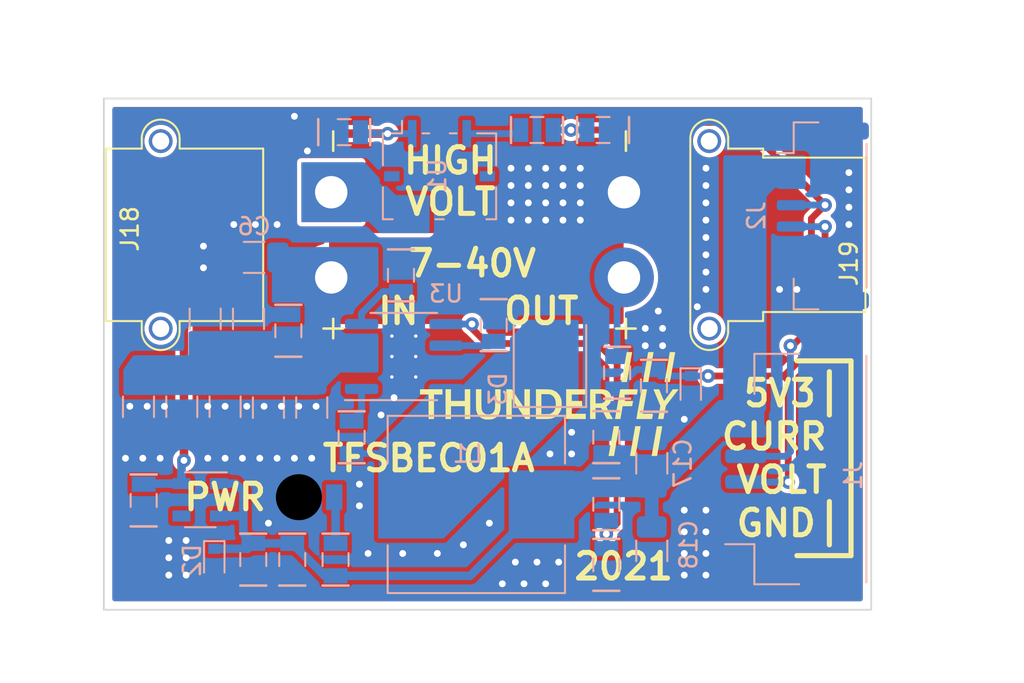
<source format=kicad_pcb>
(kicad_pcb (version 20221018) (generator pcbnew)
  (title_block (title "TFSBEC01A") (date "2022-03-15") (company "ThunderFly s.r.o.") (comment 1 "High efficient switching \\npower supply \\nfor UAV actuators. "))
  (layers (0 "F.Cu" signal) (31 "B.Cu" signal) (34 "B.Paste" user) (35 "F.Paste" user) (36 "B.SilkS" user "B.Silkscreen") (37 "F.SilkS" user "F.Silkscreen") (38 "B.Mask" user) (39 "F.Mask" user) (44 "Edge.Cuts" user))
  (net 0 "")
  (net 1 "GND")
  (net 2 "VCC")
  (net 3 "/5V3")
  (net 4 "+3V3")
  (net 5 "Net-(C14-Pad1)")
  (net 6 "Net-(C15-Pad1)")
  (net 7 "Net-(C15-Pad2)")
  (net 8 "Net-(D1-Pad2)")
  (net 9 "/SENSE_CURRENT")
  (net 10 "/SENSE_VOLTAGE")
  (net 11 "Net-(J18-Pad1)")
  (net 12 "Net-(R2-Pad1)")
  (net 13 "Net-(R5-Pad2)")
  (net 14 "Net-(R7-Pad1)")
  (footprint "Connector_AMASS:AMASS_XT30PW-F_1x02_P2.50mm_Horizontal" (layer "F.Cu") (at 30.5 -24.5 -90)
    (fp_text reference "J19" (at 4.18 -13.188 90) (layer "F.SilkS"))
    (fp_text value "XT30PW-F")
    (fp_text user "-" (at -3 0 90) (layer "F.SilkS") (effects (font (size 1.5 1.5))))
    (fp_text user "+" (at 8 0 90) (layer "F.SilkS") (effects (font (size 1.5 1.5))))
    (pad "" thru_hole circle (at -3 -5) (size 1.4 1.4) (drill 1) (layers "*.Cu" "*.Mask"))
    (pad "" thru_hole circle (at 8 -5 270) (size 1.4 1.4) (drill 1) (layers "*.Cu" "*.Mask"))
    (pad "1" thru_hole rect (at 0 0 270) (size 3.5 3.5) (drill 1.9) (layers "*.Cu" "*.Mask") (net 1 "GND"))
    (pad "2" thru_hole circle (at 5 0 270) (size 3.5 3.5) (drill 1.9) (layers "*.Cu" "*.Mask") (net 2 "VCC"))
  )
  (footprint "MLAB_LOGA:TF" (layer "F.Cu") (at 26.035 -12.065)
    (fp_text reference "G***" hide)
    (fp_text value "LOGO" hide)
  )
  (footprint "Connector_AMASS:AMASS_XT30PW-M_1x02_P2.50mm_Horizontal" (layer "F.Cu") (at 13.335 -24.5 90)
    (fp_text reference "J18" (at -2.148 -11.811 90) (layer "F.SilkS"))
    (fp_text value "XT30PW-M")
    (fp_text user "-" (at 3 0 90) (layer "F.SilkS") (effects (font (size 1.5 1.5))))
    (fp_text user "+" (at -8 0 90) (layer "F.SilkS") (effects (font (size 1.5 1.5))))
    (pad "" thru_hole circle (at -8 -10 90) (size 1.4 1.4) (drill 1) (layers "*.Cu" "*.Mask"))
    (pad "" thru_hole circle (at 3 -10 90) (size 1.4 1.4) (drill 1) (layers "*.Cu" "*.Mask"))
    (pad "1" thru_hole rect (at 0 0 90) (size 3.5 3.5) (drill 1.9) (layers "*.Cu" "*.Mask") (net 11 "Net-(J18-Pad1)"))
    (pad "2" thru_hole circle (at -5 0 90) (size 3.5 3.5) (drill 1.9) (layers "*.Cu" "*.Mask") (net 2 "VCC"))
  )
  (footprint "Connector_Molex:Molex_CLIK-Mate_505405-0670_1x06-1MP_P1.50mm_Vertical" (layer "B.Cu") (at 40.386 -8.255 90)
    (fp_text reference "J1" (at -0.381 3.556 90) (layer "B.SilkS") (effects (justify mirror)))
    (fp_text value "213226-0611" hide)
    (pad "1" smd roundrect (at -3.75 -2.75 90) (size 0.8 2.4) (layers "B.Cu" "B.Paste" "B.Mask") (net 1 "GND"))
    (pad "2" smd roundrect (at -2.25 -2.75 90) (size 0.8 2.4) (layers "B.Cu" "B.Paste" "B.Mask") (net 1 "GND"))
    (pad "3" smd roundrect (at -0.75 -2.75 90) (size 0.8 2.4) (layers "B.Cu" "B.Paste" "B.Mask") (net 10 "/SENSE_VOLTAGE"))
    (pad "4" smd roundrect (at 0.75 -2.75 90) (size 0.8 2.4) (layers "B.Cu" "B.Paste" "B.Mask") (net 9 "/SENSE_CURRENT"))
    (pad "5" smd roundrect (at 2.25 -2.75 90) (size 0.8 2.4) (layers "B.Cu" "B.Paste" "B.Mask") (net 3 "/5V3"))
    (pad "6" smd roundrect (at 3.75 -2.75 90) (size 0.8 2.4) (layers "B.Cu" "B.Paste" "B.Mask") (net 3 "/5V3"))
    (pad "MP" smd roundrect (at -6.35 2.3 90) (size 1.8 3.3) (layers "B.Cu" "B.Paste" "B.Mask") (roundrect_rratio 0.1388888889) (net 1 "GND"))
    (pad "MP" smd roundrect (at 6.35 2.3 90) (size 1.8 3.3) (layers "B.Cu" "B.Paste" "B.Mask") (roundrect_rratio 0.1388888889) (net 1 "GND"))
  )
  (footprint "Mlab_R:SMD-0805" (layer "B.Cu") (at 14.5288 -10.1219 -90)
    (fp_text reference "C15")
    (fp_text value "100nF")
    (pad "1" smd rect (at -0.9525 0 270) (size 0.889 1.397) (layers "B.Cu" "B.Paste" "B.Mask") (net 6 "Net-(C15-Pad1)"))
    (pad "2" smd rect (at 0.9525 0 270) (size 0.889 1.397) (layers "B.Cu" "B.Paste" "B.Mask") (net 7 "Net-(C15-Pad2)"))
  )
  (footprint "Mlab_R:SMD-0805" (layer "B.Cu") (at 10.8204 -16.3703 90)
    (fp_text reference "C12")
    (fp_text value "100nF/50V" hide)
    (pad "1" smd rect (at -0.9525 0 90) (size 0.889 1.397) (layers "B.Cu" "B.Paste" "B.Mask") (net 2 "VCC"))
    (pad "2" smd rect (at 0.9525 0 90) (size 0.889 1.397) (layers "B.Cu" "B.Paste" "B.Mask") (net 1 "GND"))
  )
  (footprint "Resistor_SMD:R_1206_3216Metric" (layer "B.Cu") (at 4.572 -11.9096 -90)
    (fp_text reference "C8" hide)
    (fp_text value "10uF/50V" hide)
    (pad "1" smd roundrect (at -1.4 0 270) (size 1.25 1.75) (layers "B.Cu" "B.Paste" "B.Mask") (roundrect_rratio 0.2) (net 2 "VCC"))
    (pad "2" smd roundrect (at 1.4 0 270) (size 1.25 1.75) (layers "B.Cu" "B.Paste" "B.Mask") (roundrect_rratio 0.2) (net 1 "GND"))
  )
  (footprint "Mlab_R:SMD-0805" (layer "B.Cu") (at 25.4 -28.152)
    (fp_text reference "R7")
    (fp_text value "?")
    (pad "1" smd rect (at -0.9525 0) (size 0.889 1.397) (layers "B.Cu" "B.Paste" "B.Mask") (net 14 "Net-(R7-Pad1)"))
    (pad "2" smd rect (at 0.9525 0) (size 0.889 1.397) (layers "B.Cu" "B.Paste" "B.Mask") (net 9 "/SENSE_CURRENT"))
  )
  (footprint "Mlab_R:SMD-0805" (layer "B.Cu") (at 13.589 -2.9425 90)
    (fp_text reference "R1")
    (fp_text value "180R")
    (pad "1" smd rect (at -0.9525 0 90) (size 0.889 1.397) (layers "B.Cu" "B.Paste" "B.Mask") (net 3 "/5V3"))
    (pad "2" smd rect (at 0.9525 0 90) (size 0.889 1.397) (layers "B.Cu" "B.Paste" "B.Mask") (net 8 "Net-(D1-Pad2)"))
  )
  (footprint "Mlab_R:SMD-0805" (layer "B.Cu") (at 17.4244 -19.6215 90)
    (fp_text reference "R2")
    (fp_text value "59kR")
    (pad "1" smd rect (at -0.9525 0 90) (size 0.889 1.397) (layers "B.Cu" "B.Paste" "B.Mask") (net 12 "Net-(R2-Pad1)"))
    (pad "2" smd rect (at 0.9525 0 90) (size 0.889 1.397) (layers "B.Cu" "B.Paste" "B.Mask") (net 1 "GND"))
  )
  (footprint "Resistor_SMD:R_1206_3216Metric" (layer "B.Cu") (at 2.032 -11.9096 -90)
    (fp_text reference "C9" hide)
    (fp_text value "10uF/50V" hide)
    (pad "1" smd roundrect (at -1.4 0 270) (size 1.25 1.75) (layers "B.Cu" "B.Paste" "B.Mask") (roundrect_rratio 0.2) (net 2 "VCC"))
    (pad "2" smd roundrect (at 1.4 0 270) (size 1.25 1.75) (layers "B.Cu" "B.Paste" "B.Mask") (roundrect_rratio 0.2) (net 1 "GND"))
  )
  (footprint "Sensor_Current:Allegro_PSOF-7_4.8x6.4mm_P1.60mm" (layer "B.Cu") (at 19.685 -25.485 -90)
    (fp_text reference "U1" (at 0 0.127 90) (layer "B.SilkS") (effects (justify mirror)))
    (fp_text value "ACS781LLRTR-050U-T" hide)
    (pad "1" smd rect (at -2.45 1.6 270) (size 1.6 0.5) (layers "B.Cu" "B.Paste" "B.Mask") (net 4 "+3V3"))
    (pad "2" smd rect (at -2.45 0 270) (size 1.6 0.5) (layers "B.Cu" "B.Paste" "B.Mask") (net 1 "GND"))
    (pad "3" smd rect (at -2.45 -1.6 270) (size 1.6 0.5) (layers "B.Cu" "B.Paste" "B.Mask") (net 14 "Net-(R7-Pad1)"))
    (pad "4" smd rect (at 0.05 -2.8 270) (size 0.6 0.9) (layers "B.Cu" "B.Paste" "B.Mask"))
    (pad "5" smd rect (at 2.4 -1.5 270) (size 1.7 1.8) (layers "B.Cu" "B.Paste" "B.Mask") (net 1 "GND"))
    (pad "6" smd rect (at 2.4 1.5 270) (size 1.7 1.8) (layers "B.Cu" "B.Paste" "B.Mask") (net 11 "Net-(J18-Pad1)"))
    (pad "7" smd rect (at 0.05 2.8 270) (size 0.6 0.9) (layers "B.Cu" "B.Paste" "B.Mask"))
  )
  (footprint "Diode_SMD:D_PowerDI-5" (layer "B.Cu") (at 26.162 -15.706 90)
    (fp_text reference "D3" (at -2.752 -3.048 90) (layer "B.SilkS") (effects (justify mirror)))
    (fp_text value "PDS760-13" hide)
    (pad "1" smd rect (at -1.12 0 270) (size 4.86 3.36) (layers "B.Cu" "B.Paste" "B.Mask") (net 7 "Net-(C15-Pad2)"))
    (pad "2" smd rect (at 2.862 -0.92 270) (size 1.4 1.39) (layers "B.Cu" "B.Paste" "B.Mask") (net 1 "GND"))
    (pad "2" smd rect (at 2.862 0.92 270) (size 1.4 1.39) (layers "B.Cu" "B.Paste" "B.Mask") (net 1 "GND"))
  )
  (footprint "Mlab_R:SMD-0805" (layer "B.Cu") (at 22.86 -16.7005 90)
    (fp_text reference "C14")
    (fp_text value "22nF")
    (pad "1" smd rect (at -0.9525 0 90) (size 0.889 1.397) (layers "B.Cu" "B.Paste" "B.Mask") (net 5 "Net-(C14-Pad1)"))
    (pad "2" smd rect (at 0.9525 0 90) (size 0.889 1.397) (layers "B.Cu" "B.Paste" "B.Mask") (net 1 "GND"))
  )
  (footprint "Connector_JST:JST_GH_SM06B-GHS-TB_1x06-1MP_P1.25mm_Horizontal" (layer "B.Cu") (at 42.164 -23.114 -90)
    (fp_text reference "J2" (at 0 3.9 90) (layer "B.SilkS") (effects (justify mirror)))
    (fp_text value "SM06B-GHS-TB" hide)
    (pad "1" smd roundrect (at -3.125 1.85 270) (size 0.6 1.7) (layers "B.Cu" "B.Paste" "B.Mask") (net 3 "/5V3"))
    (pad "2" smd roundrect (at -1.875 1.85 270) (size 0.6 1.7) (layers "B.Cu" "B.Paste" "B.Mask") (net 3 "/5V3"))
    (pad "3" smd roundrect (at -0.625 1.85 270) (size 0.6 1.7) (layers "B.Cu" "B.Paste" "B.Mask") (net 9 "/SENSE_CURRENT"))
    (pad "4" smd roundrect (at 0.625 1.85 270) (size 0.6 1.7) (layers "B.Cu" "B.Paste" "B.Mask") (net 10 "/SENSE_VOLTAGE"))
    (pad "5" smd roundrect (at 1.875 1.85 270) (size 0.6 1.7) (layers "B.Cu" "B.Paste" "B.Mask") (net 1 "GND"))
    (pad "6" smd roundrect (at 3.125 1.85 270) (size 0.6 1.7) (layers "B.Cu" "B.Paste" "B.Mask") (net 1 "GND"))
    (pad "MP" smd roundrect (at -4.975 -1.35 270) (size 1 2.7) (layers "B.Cu" "B.Paste" "B.Mask") (net 1 "GND"))
    (pad "MP" smd roundrect (at 4.975 -1.35 270) (size 1 2.7) (layers "B.Cu" "B.Paste" "B.Mask") (net 1 "GND"))
  )
  (footprint "Mlab_R:SMD-0805" (layer "B.Cu") (at 29.464 -2.634 -90)
    (fp_text reference "R6")
    (fp_text value "R")
    (pad "1" smd rect (at -0.9525 0 270) (size 0.889 1.397) (layers "B.Cu" "B.Paste" "B.Mask") (net 13 "Net-(R5-Pad2)"))
    (pad "2" smd rect (at 0.9525 0 270) (size 0.889 1.397) (layers "B.Cu" "B.Paste" "B.Mask") (net 1 "GND"))
  )
  (footprint "Resistor_SMD:R_1206_3216Metric" (layer "B.Cu") (at 7.112 -11.9096 -90)
    (fp_text reference "C7" hide)
    (fp_text value "10uF/50V" hide)
    (pad "1" smd roundrect (at -1.4 0 270) (size 1.25 1.75) (layers "B.Cu" "B.Paste" "B.Mask") (roundrect_rratio 0.2) (net 2 "VCC"))
    (pad "2" smd roundrect (at 1.4 0 270) (size 1.25 1.75) (layers "B.Cu" "B.Paste" "B.Mask") (roundrect_rratio 0.2) (net 1 "GND"))
  )
  (footprint "Mlab_R:SMD-0805" (layer "B.Cu") (at 29.2735 -28.152)
    (fp_text reference "C19")
    (fp_text value "?")
    (pad "1" smd rect (at -0.9525 0) (size 0.889 1.397) (layers "B.Cu" "B.Paste" "B.Mask") (net 9 "/SENSE_CURRENT"))
    (pad "2" smd rect (at 0.9525 0) (size 0.889 1.397) (layers "B.Cu" "B.Paste" "B.Mask") (net 1 "GND"))
  )
  (footprint "Diode_SMD:D_SOD-523" (layer "B.Cu") (at 6.477 -2.879 -90)
    (fp_text reference "D2" (at 0 1.3 90) (layer "B.SilkS") (effects (justify mirror)))
    (fp_text value "BZX585-B5V6.115" hide)
    (pad "1" smd rect (at -0.7 0 90) (size 0.6 0.7) (layers "B.Cu" "B.Paste" "B.Mask") (net 3 "/5V3"))
    (pad "2" smd rect (at 0.7 0 90) (size 0.6 0.7) (layers "B.Cu" "B.Paste" "B.Mask") (net 1 "GND"))
  )
  (footprint "Mlab_R:SMD-0805" (layer "B.Cu") (at 29.464 -10.127 90)
    (fp_text reference "C16")
    (fp_text value "1uF")
    (pad "1" smd rect (at -0.9525 0 90) (size 0.889 1.397) (layers "B.Cu" "B.Paste" "B.Mask") (net 3 "/5V3"))
    (pad "2" smd rect (at 0.9525 0 90) (size 0.889 1.397) (layers "B.Cu" "B.Paste" "B.Mask") (net 1 "GND"))
  )
  (footprint "Resistor_SMD:R_1206_3216Metric" (layer "B.Cu") (at 32.131 -3.4565 -90)
    (fp_text reference "C18" (at -0.3535 -2.159 90) (layer "B.SilkS") (effects (justify mirror)))
    (fp_text value "100uF/6V3" hide)
    (pad "1" smd roundrect (at -1.4 0 270) (size 1.25 1.75) (layers "B.Cu" "B.Paste" "B.Mask") (roundrect_rratio 0.2) (net 3 "/5V3"))
    (pad "2" smd roundrect (at 1.4 0 270) (size 1.25 1.75) (layers "B.Cu" "B.Paste" "B.Mask") (roundrect_rratio 0.2) (net 1 "GND"))
  )
  (footprint "Mlab_R:SMD-0805" (layer "B.Cu") (at 14.097 -28.025 180)
    (fp_text reference "C4")
    (fp_text value "100nF")
    (pad "1" smd rect (at -0.9525 0 180) (size 0.889 1.397) (layers "B.Cu" "B.Paste" "B.Mask") (net 4 "+3V3"))
    (pad "2" smd rect (at 0.9525 0 180) (size 0.889 1.397) (layers "B.Cu" "B.Paste" "B.Mask") (net 1 "GND"))
  )
  (footprint "Mlab_R:SMD-0805" (layer "B.Cu") (at 2.3368 -6.4135 -90)
    (fp_text reference "C13")
    (fp_text value "1uF")
    (pad "1" smd rect (at -0.9525 0 270) (size 0.889 1.397) (layers "B.Cu" "B.Paste" "B.Mask") (net 4 "+3V3"))
    (pad "2" smd rect (at 0.9525 0 270) (size 0.889 1.397) (layers "B.Cu" "B.Paste" "B.Mask") (net 1 "GND"))
  )
  (footprint "Resistor_SMD:R_1206_3216Metric" (layer "B.Cu") (at 5.9436 -17.0688 90)
    (fp_text reference "C1" hide)
    (fp_text value "10uF/50V" hide)
    (pad "1" smd roundrect (at -1.4 0 90) (size 1.25 1.75) (layers "B.Cu" "B.Paste" "B.Mask") (roundrect_rratio 0.2) (net 2 "VCC"))
    (pad "2" smd roundrect (at 1.4 0 90) (size 1.25 1.75) (layers "B.Cu" "B.Paste" "B.Mask") (roundrect_rratio 0.2) (net 1 "GND"))
  )
  (footprint "Resistor_SMD:R_1206_3216Metric" (layer "B.Cu") (at 8.4836 -17.0688 90)
    (fp_text reference "C11" hide)
    (fp_text value "10uF/50V" hide)
    (pad "1" smd roundrect (at -1.4 0 90) (size 1.25 1.75) (layers "B.Cu" "B.Paste" "B.Mask") (roundrect_rratio 0.2) (net 2 "VCC"))
    (pad "2" smd roundrect (at 1.4 0 90) (size 1.25 1.75) (layers "B.Cu" "B.Paste" "B.Mask") (roundrect_rratio 0.2) (net 1 "GND"))
  )
  (footprint "Mlab_D:LED_1206" (layer "B.Cu") (at 11.4378 -6.604 180)
    (fp_text reference "D1" hide)
    (fp_text value "LED GREEN" hide)
    (pad "" np_thru_hole circle (at 0 0 180) (size 2.7 2.7) (drill 2.7) (layers "*.Mask"))
    (pad "1" smd rect (at 2.075 0 180) (size 0.95 1.5) (layers "B.Cu" "B.Paste" "B.Mask") (net 1 "GND"))
    (pad "2" smd rect (at -2.075 0 180) (size 0.95 1.5) (layers "B.Cu" "B.Paste" "B.Mask") (net 8 "Net-(D1-Pad2)"))
  )
  (footprint "Resistor_SMD:R_1206_3216Metric" (layer "B.Cu") (at 32.131 -8.594 90)
    (fp_text reference "C17" (at 0 1.82 90) (layer "B.SilkS") (effects (justify mirror)))
    (fp_text value "100uF/6V3" hide)
    (pad "1" smd roundrect (at -1.4 0 90) (size 1.25 1.75) (layers "B.Cu" "B.Paste" "B.Mask") (roundrect_rratio 0.2) (net 3 "/5V3"))
    (pad "2" smd roundrect (at 1.4 0 90) (size 1.25 1.75) (layers "B.Cu" "B.Paste" "B.Mask") (roundrect_rratio 0.2) (net 1 "GND"))
  )
  (footprint "Mlab_R:SMD-0805" (layer "B.Cu") (at 32.258 -13.1445 -90)
    (fp_text reference "R4")
    (fp_text value "1k5")
    (pad "1" smd rect (at -0.9525 0 270) (size 0.889 1.397) (layers "B.Cu" "B.Paste" "B.Mask") (net 10 "/SENSE_VOLTAGE"))
    (pad "2" smd rect (at 0.9525 0 270) (size 0.889 1.397) (layers "B.Cu" "B.Paste" "B.Mask") (net 1 "GND"))
  )
  (footprint "Mlab_R:SMD-0805" (layer "B.Cu") (at 8.763 -2.9425 -90)
    (fp_text reference "C5")
    (fp_text value "100nF")
    (pad "1" smd rect (at -0.9525 0 270) (size 0.889 1.397) (layers "B.Cu" "B.Paste" "B.Mask") (net 3 "/5V3"))
    (pad "2" smd rect (at 0.9525 0 270) (size 0.889 1.397) (layers "B.Cu" "B.Paste" "B.Mask") (net 1 "GND"))
  )
  (footprint "Resistor_SMD:R_1206_3216Metric" (layer "B.Cu") (at 8.8108 -20.6756 180)
    (fp_text reference "C6" (at 0 1.82) (layer "B.SilkS") (effects (justify mirror)))
    (fp_text value "10uF/50V" hide)
    (pad "1" smd roundrect (at -1.4 0 180) (size 1.25 1.75) (layers "B.Cu" "B.Paste" "B.Mask") (roundrect_rratio 0.2) (net 2 "VCC"))
    (pad "2" smd roundrect (at 1.4 0 180) (size 1.25 1.75) (layers "B.Cu" "B.Paste" "B.Mask") (roundrect_rratio 0.2) (net 1 "GND"))
  )
  (footprint "Diode_SMD:D_SOD-523" (layer "B.Cu") (at 34.417 -13.016 -90)
    (fp_text reference "D4" hide)
    (fp_text value "BZX585-B5V6.115" hide)
    (pad "1" smd rect (at -0.7 0 90) (size 0.6 0.7) (layers "B.Cu" "B.Paste" "B.Mask") (net 10 "/SENSE_VOLTAGE"))
    (pad "2" smd rect (at 0.7 0 90) (size 0.6 0.7) (layers "B.Cu" "B.Paste" "B.Mask") (net 1 "GND"))
  )
  (footprint "Mlab_R:SMD-0805" (layer "B.Cu") (at 11.049 -2.9425 -90)
    (fp_text reference "C3")
    (fp_text value "10uF")
    (pad "1" smd rect (at -0.9525 0 270) (size 0.889 1.397) (layers "B.Cu" "B.Paste" "B.Mask") (net 3 "/5V3"))
    (pad "2" smd rect (at 0.9525 0 270) (size 0.889 1.397) (layers "B.Cu" "B.Paste" "B.Mask") (net 1 "GND"))
  )
  (footprint "Mlab_R:SMD-0805" (layer "B.Cu") (at 29.464 -6.19 -90)
    (fp_text reference "R5")
    (fp_text value "R")
    (pad "1" smd rect (at -0.9525 0 270) (size 0.889 1.397) (layers "B.Cu" "B.Paste" "B.Mask") (net 3 "/5V3"))
    (pad "2" smd rect (at 0.9525 0 270) (size 0.889 1.397) (layers "B.Cu" "B.Paste" "B.Mask") (net 13 "Net-(R5-Pad2)"))
  )
  (footprint "Inductor_SMD:L_Wuerth_HCI-1050" (layer "B.Cu") (at 21.844 -6.178)
    (fp_text reference "L1" (at -0.508 -2.966) (layer "B.SilkS") (effects (justify mirror)))
    (fp_text value "HCI1050-5R5" hide)
    (pad "1" smd rect (at -3.825 0) (size 3.85 4) (layers "B.Cu" "B.Paste" "B.Mask") (net 7 "Net-(C15-Pad2)"))
    (pad "2" smd rect (at 3.825 0) (size 3.85 4) (layers "B.Cu" "B.Paste" "B.Mask") (net 3 "/5V3"))
  )
  (footprint "Package_SO:SOIC-8-1EP_3.9x4.9mm_P1.27mm_EP2.41x3.3mm_ThermalVias" (layer "B.Cu") (at 17.591 -14.859)
    (fp_text reference "U3" (at 2.475 -3.683) (layer "B.SilkS") (effects (justify mirror)))
    (fp_text value "LMR14050" hide)
    (pad "1" smd roundrect (at -2.475 1.905) (size 1.95 0.6) (layers "B.Cu" "B.Paste" "B.Mask") (net 6 "Net-(C15-Pad1)"))
    (pad "2" smd roundrect (at -2.475 0.635) (size 1.95 0.6) (layers "B.Cu" "B.Paste" "B.Mask") (net 2 "VCC"))
    (pad "3" smd roundrect (at -2.475 -0.635) (size 1.95 0.6) (layers "B.Cu" "B.Paste" "B.Mask") (net 2 "VCC"))
    (pad "4" smd roundrect (at -2.475 -1.905) (size 1.95 0.6) (layers "B.Cu" "B.Paste" "B.Mask") (net 12 "Net-(R2-Pad1)"))
    (pad "5" smd roundrect (at 2.475 -1.905) (size 1.95 0.6) (layers "B.Cu" "B.Paste" "B.Mask") (net 13 "Net-(R5-Pad2)"))
    (pad "6" smd roundrect (at 2.475 -0.635) (size 1.95 0.6) (layers "B.Cu" "B.Paste" "B.Mask") (net 5 "Net-(C14-Pad1)"))
    (pad "7" smd roundrect (at 2.475 0.635) (size 1.95 0.6) (layers "B.Cu" "B.Paste" "B.Mask") (net 1 "GND"))
    (pad "8" smd roundrect (at 2.475 1.905) (size 1.95 0.6) (layers "B.Cu" "B.Paste" "B.Mask") (net 7 "Net-(C15-Pad2)"))
    (pad "9" thru_hole circle (at -0.7 -1.2) (size 0.5 0.5) (drill 0.2) (layers "*.Cu") (net 1 "GND"))
    (pad "9" thru_hole circle (at -0.7 0) (size 0.5 0.5) (drill 0.2) (layers "*.Cu") (net 1 "GND"))
    (pad "9" thru_hole circle (at -0.7 1.2) (size 0.5 0.5) (drill 0.2) (layers "*.Cu") (net 1 "GND"))
    (pad "9" smd roundrect (at 0 0) (size 1.9 2.9) (layers "F.Cu") (roundrect_rratio 0.1315789474) (net 1 "GND"))
    (pad "9" smd roundrect (at 0 0) (size 2.41 3.3) (layers "B.Cu" "B.Mask") (roundrect_rratio 0.1037340249) (net 1 "GND"))
    (pad "9" thru_hole circle (at 0.7 -1.2) (size 0.5 0.5) (drill 0.2) (layers "*.Cu") (net 1 "GND"))
    (pad "9" thru_hole circle (at 0.7 0) (size 0.5 0.5) (drill 0.2) (layers "*.Cu") (net 1 "GND"))
    (pad "9" thru_hole circle (at 0.7 1.2) (size 0.5 0.5) (drill 0.2) (layers "*.Cu") (net 1 "GND"))
  )
  (footprint "Mlab_R:SMD-0805" (layer "B.Cu") (at 30.099 -13.9065 -90)
    (fp_text reference "R3")
    (fp_text value "13k7")
    (pad "1" smd rect (at -0.9525 0 270) (size 0.889 1.397) (layers "B.Cu" "B.Paste" "B.Mask") (net 2 "VCC"))
    (pad "2" smd rect (at 0.9525 0 270) (size 0.889 1.397) (layers "B.Cu" "B.Paste" "B.Mask") (net 10 "/SENSE_VOLTAGE"))
  )
  (footprint "Package_TO_SOT_SMD:SOT-23-5" (layer "B.Cu") (at 5.6564 -6.4516 180)
    (fp_text reference "U2" hide)
    (fp_text value "MIC5504-3.3YM5" hide)
    (pad "1" smd rect (at -1.1 0.95 180) (size 1.06 0.65) (layers "B.Cu" "B.Paste" "B.Mask") (net 3 "/5V3"))
    (pad "2" smd rect (at -1.1 0 180) (size 1.06 0.65) (layers "B.Cu" "B.Paste" "B.Mask") (net 1 "GND"))
    (pad "3" smd rect (at -1.1 -0.95 180) (size 1.06 0.65) (layers "B.Cu" "B.Paste" "B.Mask") (net 3 "/5V3"))
    (pad "4" smd rect (at 1.1 -0.95 180) (size 1.06 0.65) (layers "B.Cu" "B.Paste" "B.Mask"))
    (pad "5" smd rect (at 1.1 0.95 180) (size 1.06 0.65) (layers "B.Cu" "B.Paste" "B.Mask") (net 4 "+3V3"))
  )
  (footprint "Resistor_SMD:R_1206_3216Metric" (layer "B.Cu") (at 12.192 -11.8648 -90)
    (fp_text reference "C10" hide)
    (fp_text value "10uF/50V" hide)
    (pad "1" smd roundrect (at -1.4 0 270) (size 1.25 1.75) (layers "B.Cu" "B.Paste" "B.Mask") (roundrect_rratio 0.2) (net 2 "VCC"))
    (pad "2" smd roundrect (at 1.4 0 270) (size 1.25 1.75) (layers "B.Cu" "B.Paste" "B.Mask") (roundrect_rratio 0.2) (net 1 "GND"))
  )
  (footprint "Resistor_SMD:R_1206_3216Metric" (layer "B.Cu") (at 9.652 -11.8588 -90)
    (fp_text reference "C2" hide)
    (fp_text value "10uF/50V" hide)
    (pad "1" smd roundrect (at -1.4 0 270) (size 1.25 1.75) (layers "B.Cu" "B.Paste" "B.Mask") (roundrect_rratio 0.2) (net 2 "VCC"))
    (pad "2" smd roundrect (at 1.4 0 270) (size 1.25 1.75) (layers "B.Cu" "B.Paste" "B.Mask") (roundrect_rratio 0.2) (net 1 "GND"))
  )
  (gr_line (start 43.815 -3.175) (end 40.64 -3.175) (stroke (width 0.3)) (layer "F.SilkS"))
  (gr_line (start 43.815 -14.605) (end 43.815 -3.81) (stroke (width 0.3)) (layer "F.SilkS"))
  (gr_line (start 42.545 -3.81) (end 42.545 -6.35) (stroke (width 0.3)) (layer "F.SilkS"))
  (gr_line (start 42.545 -13.97) (end 42.545 -11.43) (stroke (width 0.3)) (layer "F.SilkS"))
  (gr_line (start 43.815 -3.81) (end 43.815 -3.175) (stroke (width 0.3)) (layer "F.SilkS"))
  (gr_line (start 40.64 -14.605) (end 43.815 -14.605) (stroke (width 0.3)) (layer "F.SilkS"))
  (gr_rect (start 0 -30) (end 45 0) (stroke (width 0.1)) (fill none) (layer "Edge.Cuts"))
  (gr_text "VOLT" (at 42.545 -7.62) (layer "F.SilkS") (effects (font (size 1.5 1.5) (thickness 0.3)) (justify right)))
  (gr_text "5V3" (at 41.91 -12.7) (layer "F.SilkS") (effects (font (size 1.5 1.5) (thickness 0.3)) (justify right)))
  (gr_text "TFSBEC01A" (at 19.05 -8.89) (layer "F.SilkS") (effects (font (size 1.5 1.5) (thickness 0.3))))
  (gr_text "PWR" (at 7.112 -6.604) (layer "F.SilkS") (effects (font (size 1.5 1.5) (thickness 0.3))))
  (gr_text "CURR" (at 42.545 -10.16) (layer "F.SilkS") (effects (font (size 1.5 1.5) (thickness 0.3)) (justify right)))
  (gr_text "2021" (at 30.48 -2.54) (layer "F.SilkS") (effects (font (size 1.5 1.5) (thickness 0.3))))
  (gr_text "7-40V" (at 21.59 -20.32) (layer "F.SilkS") (effects (font (size 1.5 1.5) (thickness 0.3))))
  (gr_text "IN" (at 17.272 -17.526) (layer "F.SilkS") (effects (font (size 1.5 1.5) (thickness 0.3))))
  (gr_text "HIGH\nVOLT" (at 20.32 -25.146) (layer "F.SilkS") (effects (font (size 1.5 1.5) (thickness 0.3))))
  (gr_text "GND" (at 41.91 -5.08) (layer "F.SilkS") (effects (font (size 1.5 1.5) (thickness 0.3)) (justify right)))
  (gr_text "OUT" (at 25.654 -17.526) (layer "F.SilkS") (effects (font (size 1.5 1.5) (thickness 0.3))))
  (via (at 27.94 -25.908) (size 0.8) (drill 0.4) (layers "F.Cu" "B.Cu") (net 1))
  (via (at 25.908 -24.892) (size 0.8) (drill 0.4) (layers "F.Cu" "B.Cu") (net 1))
  (via (at 7.112 -8.89) (size 0.8) (drill 0.4) (layers "F.Cu" "B.Cu") (net 1))
  (via (at 24.638 -1.524) (size 0.8) (drill 0.4) (layers "F.Cu" "B.Cu") (net 1))
  (via (at 3.81 -3.048) (size 0.8) (drill 0.4) (layers "F.Cu" "B.Cu") (net 1))
  (via (at 25.4 -2.794) (size 0.8) (drill 0.4) (layers "F.Cu" "B.Cu") (net 1))
  (via (at 34.036 -3.302) (size 0.8) (drill 0.4) (layers "F.Cu" "B.Cu") (net 1))
  (via (at 14.986 -7.366) (size 0.8) (drill 0.4) (layers "F.Cu" "B.Cu") (net 1))
  (via (at 2.54 -11.938) (size 0.8) (drill 0.4) (layers "F.Cu" "B.Cu") (net 1))
  (via (at 12.446 -11.938) (size 0.8) (drill 0.4) (layers "F.Cu" "B.Cu") (net 1))
  (via (at 24.13 -2.794) (size 0.8) (drill 0.4) (layers "F.Cu" "B.Cu") (net 1))
  (via (at 17.018 -12.446) (size 0.8) (drill 0.4) (layers "F.Cu" "B.Cu") (net 1))
  (via (at 43.688 -23.622) (size 0.8) (drill 0.4) (layers "F.Cu" "B.Cu") (net 1))
  (via (at 21.082 -3.81) (size 0.8) (drill 0.4) (layers "F.Cu" "B.Cu") (net 1))
  (via (at 24.892 -24.892) (size 0.8) (drill 0.4) (layers "F.Cu" "B.Cu") (net 1))
  (via (at 23.368 -1.524) (size 0.8) (drill 0.4) (layers "F.Cu" "B.Cu") (net 1))
  (via (at 10.16 -22.606) (size 0.8) (drill 0.4) (layers "F.Cu" "B.Cu") (net 1))
  (via (at 43.688 -24.638) (size 0.8) (drill 0.4) (layers "F.Cu" "B.Cu") (net 1))
  (via (at 43.688 -25.654) (size 0.8) (drill 0.4) (layers "F.Cu" "B.Cu") (net 1))
  (via (at 7.112 -11.938) (size 0.8) (drill 0.4) (layers "F.Cu" "B.Cu") (net 1))
  (via (at 11.938 -26.924) (size 0.8) (drill 0.4) (layers "F.Cu" "B.Cu") (net 1))
  (via (at 4.826 -2.032) (size 0.8) (drill 0.4) (layers "F.Cu" "B.Cu") (net 1))
  (via (at 9.398 -11.938) (size 0.8) (drill 0.4) (layers "F.Cu" "B.Cu") (net 1))
  (via (at 3.302 -8.89) (size 0.8) (drill 0.4) (layers "F.Cu" "B.Cu") (net 1))
  (via (at 31.75 -16.51) (size 0.8) (drill 0.4) (layers "F.Cu" "B.Cu") (net 1))
  (via (at 6.096 -8.89) (size 0.8) (drill 0.4) (layers "F.Cu" "B.Cu") (net 1))
  (via (at 4.826 -3.048) (size 0.8) (drill 0.4) (layers "F.Cu" "B.Cu") (net 1))
  (via (at 27.94 -22.86) (size 0.8) (drill 0.4) (layers "F.Cu" "B.Cu") (net 1))
  (via (at 35.306 -3.302) (size 0.8) (drill 0.4) (layers "F.Cu" "B.Cu") (net 1))
  (via (at 16.256 -11.43) (size 0.8) (drill 0.4) (layers "F.Cu" "B.Cu") (net 1))
  (via (at 10.16 -8.89) (size 0.8) (drill 0.4) (layers "F.Cu" "B.Cu") (net 1))
  (via (at 35.306 -5.842) (size 0.8) (drill 0.4) (layers "F.Cu" "B.Cu") (net 1))
  (via (at 26.924 -24.892) (size 0.8) (drill 0.4) (layers "F.Cu" "B.Cu") (net 1))
  (via (at 23.876 -22.86) (size 0.8) (drill 0.4) (layers "F.Cu" "B.Cu") (net 1))
  (via (at 5.842 -20.066) (size 0.8) (drill 0.4) (layers "F.Cu" "B.Cu") (net 1))
  (via (at 8.382 -11.938) (size 0.8) (drill 0.4) (layers "F.Cu" "B.Cu") (net 1))
  (via (at 31.75 -15.494) (size 0.8) (drill 0.4) (layers "F.Cu" "B.Cu") (net 1))
  (via (at 5.842 -21.336) (size 0.8) (drill 0.4) (layers "F.Cu" "B.Cu") (net 1))
  (via (at 35.306 -24.892) (size 0.8) (drill 0.4) (layers "F.Cu" "B.Cu") (net 1))
  (via (at 35.306 -22.86) (size 0.8) (drill 0.4) (layers "F.Cu" "B.Cu") (net 1))
  (via (at 27.94 -23.876) (size 0.8) (drill 0.4) (layers "F.Cu" "B.Cu") (net 1))
  (via (at 6.096 -11.938) (size 0.8) (drill 0.4) (layers "F.Cu" "B.Cu") (net 1))
  (via (at 25.908 -1.524) (size 0.8) (drill 0.4) (layers "F.Cu" "B.Cu") (net 1))
  (via (at 23.876 -23.876) (size 0.8) (drill 0.4) (layers "F.Cu" "B.Cu") (net 1))
  (via (at 26.924 -23.876) (size 0.8) (drill 0.4) (layers "F.Cu" "B.Cu") (net 1))
  (via (at 1.27 -8.89) (size 0.8) (drill 0.4) (layers "F.Cu" "B.Cu") (net 1))
  (via (at 8.89 -22.606) (size 0.8) (drill 0.4) (layers "F.Cu" "B.Cu") (net 1))
  (via (at 35.306 -21.844) (size 0.8) (drill 0.4) (layers "F.Cu" "B.Cu") (net 1))
  (via (at 32.766 -16.51) (size 0.8) (drill 0.4) (layers "F.Cu" "B.Cu") (net 1))
  (via (at 34.036 -11.176) (size 0.8) (drill 0.4) (layers "F.Cu" "B.Cu") (net 1))
  (via (at 35.306 -4.572) (size 0.8) (drill 0.4) (layers "F.Cu" "B.Cu") (net 1))
  (via (at 14.986 -6.096) (size 0.8) (drill 0.4) (layers "F.Cu" "B.Cu") (net 1))
  (via (at 26.924 -25.908) (size 0.8) (drill 0.4) (layers "F.Cu" "B.Cu") (net 1))
  (via (at 25.908 -22.86) (size 0.8) (drill 0.4) (layers "F.Cu" "B.Cu") (net 1))
  (via (at 2.286 -8.89) (size 0.8) (drill 0.4) (layers "F.Cu" "B.Cu") (net 1))
  (via (at 11.176 -28.956) (size 0.8) (drill 0.4) (layers "F.Cu" "B.Cu") (net 1))
  (via (at 34.036 -5.842) (size 0.8) (drill 0.4) (layers "F.Cu" "B.Cu") (net 1))
  (via (at 35.306 -25.908) (size 0.8) (drill 0.4) (layers "F.Cu" "B.Cu") (net 1))
  (via (at 12.192 -8.89) (size 0.8) (drill 0.4) (layers "F.Cu" "B.Cu") (net 1))
  (via (at 23.876 -25.908) (size 0.8) (drill 0.4) (layers "F.Cu" "B.Cu") (net 1))
  (via (at 26.162 -9.144) (size 0.8) (drill 0.4) (layers "F.Cu" "B.Cu") (net 1))
  (via (at 9.144 -8.89) (size 0.8) (drill 0.4) (layers "F.Cu" "B.Cu") (net 1))
  (via (at 24.892 -25.908) (size 0.8) (drill 0.4) (layers "F.Cu" "B.Cu") (net 1))
  (via (at 24.892 -23.876) (size 0.8) (drill 0.4) (layers "F.Cu" "B.Cu") (net 1))
  (via (at 22.606 -5.08) (size 0.8) (drill 0.4) (layers "F.Cu" "B.Cu") (net 1))
  (via (at 35.306 -20.828) (size 0.8) (drill 0.4) (layers "F.Cu" "B.Cu") (net 1))
  (via (at 19.558 -3.302) (size 0.8) (drill 0.4) (layers "F.Cu" "B.Cu") (net 1))
  (via (at 27.94 -24.892) (size 0.8) (drill 0.4) (layers "F.Cu" "B.Cu") (net 1))
  (via (at 35.306 -2.032) (size 0.8) (drill 0.4) (layers "F.Cu" "B.Cu") (net 1))
  (via (at 9.652 -5.08) (size 0.8) (drill 0.4) (layers "F.Cu" "B.Cu") (net 1))
  (via (at 35.306 -23.876) (size 0.8) (drill 0.4) (layers "F.Cu" "B.Cu") (net 1))
  (via (at 10.414 -11.938) (size 0.8) (drill 0.4) (layers "F.Cu" "B.Cu") (net 1))
  (via (at 23.876 -24.892) (size 0.8) (drill 0.4) (layers "F.Cu" "B.Cu") (net 1))
  (via (at 3.556 -11.938) (size 0.8) (drill 0.4) (layers "F.Cu" "B.Cu") (net 1))
  (via (at 11.176 -8.89) (size 0.8) (drill 0.4) (layers "F.Cu" "B.Cu") (net 1))
  (via (at 39.624 -18.796) (size 0.8) (drill 0.4) (layers "F.Cu" "B.Cu") (net 1))
  (via (at 11.43 -11.938) (size 0.8) (drill 0.4) (layers "F.Cu" "B.Cu") (net 1))
  (via (at 40.64 -18.796) (size 0.8) (drill 0.4) (layers "F.Cu" "B.Cu") (net 1))
  (via (at 7.62 -22.606) (size 0.8) (drill 0.4) (layers "F.Cu" "B.Cu") (net 1))
  (via (at 32.766 -15.494) (size 0.8) (drill 0.4) (layers "F.Cu" "B.Cu") (net 1))
  (via (at 34.798 -17.78) (size 0.8) (drill 0.4) (layers "F.Cu" "B.Cu") (net 1))
  (via (at 17.526 -3.302) (size 0.8) (drill 0.4) (layers "F.Cu" "B.Cu") (net 1))
  (via (at 34.036 -2.032) (size 0.8) (drill 0.4) (layers "F.Cu" "B.Cu") (net 1))
  (via (at 27.432 -10.414) (size 0.8) (drill 0.4) (layers "F.Cu" "B.Cu") (net 1))
  (via (at 4.826 -4.064) (size 0.8) (drill 0.4) (layers "F.Cu" "B.Cu") (net 1))
  (via (at 1.524 -11.938) (size 0.8) (drill 0.4) (layers "F.Cu" "B.Cu") (net 1))
  (via (at 43.688 -22.606) (size 0.8) (drill 0.4) (layers "F.Cu" "B.Cu") (net 1))
  (via (at 15.494 -3.302) (size 0.8) (drill 0.4) (layers "F.Cu" "B.Cu") (net 1))
  (via (at 3.81 -4.064) (size 0.8) (drill 0.4) (layers "F.Cu" "B.Cu") (net 1))
  (via (at 32.512 -17.526) (size 0.8) (drill 0.4) (layers "F.Cu" "B.Cu") (net 1))
  (via (at 8.128 -8.89) (size 0.8) (drill 0.4) (layers "F.Cu" "B.Cu") (net 1))
  (via (at 3.81 -2.032) (size 0.8) (drill 0.4) (layers "F.Cu" "B.Cu") (net 1))
  (via (at 26.924 -22.86) (size 0.8) (drill 0.4) (layers "F.Cu" "B.Cu") (net 1))
  (via (at 35.306 -19.812) (size 0.8) (drill 0.4) (layers "F.Cu" "B.Cu") (net 1))
  (via (at 25.908 -25.908) (size 0.8) (drill 0.4) (layers "F.Cu" "B.Cu") (net 1))
  (via (at 26.67 -2.794) (size 0.8) (drill 0.4) (layers "F.Cu" "B.Cu") (net 1))
  (via (at 25.908 -23.876) (size 0.8) (drill 0.4) (layers "F.Cu" "B.Cu") (net 1))
  (via (at 27.432 -9.144) (size 0.8) (drill 0.4) (layers "F.Cu" "B.Cu") (net 1))
  (via (at 24.892 -22.86) (size 0.8) (drill 0.4) (layers "F.Cu" "B.Cu") (net 1))
  (via (at 34.036 -4.572) (size 0.8) (drill 0.4) (layers "F.Cu" "B.Cu") (net 1))
  (via (at 35.306 -18.796) (size 0.8) (drill 0.4) (layers "F.Cu" "B.Cu") (net 1))
  (segment (start 30.099 -19.099) (end 30.5 -19.5) (width 0.4) (layer "B.Cu") (net 2))
  (segment (start 30.099 -14.859) (end 30.099 -19.099) (width 0.4) (layer "B.Cu") (net 2))
  (segment (start 11.049 -3.895) (end 8.763 -3.895) (width 0.5) (layer "B.Cu") (net 3))
  (segment (start 6.7564 -7.4016) (end 7.7368 -7.4016) (width 0.5) (layer "B.Cu") (net 3))
  (segment (start 8.1788 -4.4792) (end 8.763 -3.895) (width 0.5) (layer "B.Cu") (net 3))
  (segment (start 13.589 -1.99) (end 12.954 -1.99) (width 0.5) (layer "B.Cu") (net 3))
  (segment (start 12.954 -1.99) (end 11.049 -3.895) (width 0.5) (layer "B.Cu") (net 3))
  (segment (start 6.7564 -5.5016) (end 8.1636 -5.5016) (width 0.5) (layer "B.Cu") (net 3))
  (segment (start 32.131 -4.8565) (end 32.131 -7.194) (width 0.8) (layer "B.Cu") (net 3))
  (segment (start 8.1636 -5.5016) (end 8.1788 -5.4864) (width 0.5) (layer "B.Cu") (net 3))
  (segment (start 21.481 -1.99) (end 25.669 -6.178) (width 0.5) (layer "B.Cu") (net 3))
  (segment (start 7.7368 -7.4016) (end 8.1788 -6.9596) (width 0.5) (layer "B.Cu") (net 3))
  (segment (start 6.477 -3.579) (end 8.447 -3.579) (width 0.5) (layer "B.Cu") (net 3))
  (segment (start 8.1788 -5.4864) (end 8.1788 -4.4792) (width 0.5) (layer "B.Cu") (net 3))
  (segment (start 13.589 -1.99) (end 21.481 -1.99) (width 0.5) (layer "B.Cu") (net 3))
  (segment (start 8.447 -3.579) (end 8.763 -3.895) (width 0.5) (layer "B.Cu") (net 3))
  (segment (start 8.1788 -6.9596) (end 8.1788 -5.4864) (width 0.5) (layer "B.Cu") (net 3))
  (segment (start 6.7564 -5.5016) (end 7.1564 -5.5016) (width 0.5) (layer "B.Cu") (net 3))
  (segment (start 4.699 -21.59) (end 11.049 -27.94) (width 0.5) (layer "F.Cu") (net 4))
  (segment (start 16.637 -27.94) (end 16.642 -27.935) (width 0.5) (layer "F.Cu") (net 4))
  (segment (start 4.699 -8.763) (end 4.699 -21.59) (width 0.5) (layer "F.Cu") (net 4))
  (segment (start 11.049 -27.94) (end 16.637 -27.94) (width 0.5) (layer "F.Cu") (net 4))
  (via (at 16.642 -27.935) (size 0.8) (drill 0.4) (layers "F.Cu" "B.Cu") (net 4))
  (via (at 4.699 -8.763) (size 0.8) (drill 0.4) (layers "F.Cu" "B.Cu") (net 4))
  (segment (start 4.5564 -7.4016) (end 2.3724 -7.4016) (width 0.5) (layer "B.Cu") (net 4))
  (segment (start 15.1395 -27.935) (end 15.0495 -28.025) (width 0.4) (layer "B.Cu") (net 4))
  (segment (start 2.3724 -7.4016) (end 2.3368 -7.366) (width 0.5) (layer "B.Cu") (net 4))
  (segment (start 18.085 -27.935) (end 16.642 -27.935) (width 0.4) (layer "B.Cu") (net 4))
  (segment (start 4.5564 -7.4016) (end 4.5564 -8.6204) (width 0.5) (layer "B.Cu") (net 4))
  (segment (start 16.642 -27.935) (end 15.1395 -27.935) (width 0.4) (layer "B.Cu") (net 4))
  (segment (start 4.5564 -8.6204) (end 4.699 -8.763) (width 0.5) (layer "B.Cu") (net 4))
  (segment (start 20.066 -15.494) (end 22.606 -15.494) (width 0.4) (layer "B.Cu") (net 5))
  (segment (start 22.606 -15.494) (end 22.86 -15.748) (width 0.4) (layer "B.Cu") (net 5))
  (segment (start 15.116 -11.6616) (end 14.5288 -11.0744) (width 0.4) (layer "B.Cu") (net 6))
  (segment (start 15.116 -12.954) (end 15.116 -11.6616) (width 0.4) (layer "B.Cu") (net 6))
  (segment (start 17.8816 -9.1694) (end 18.019 -9.032) (width 0.4) (layer "B.Cu") (net 7))
  (segment (start 18.019 -9.032) (end 18.019 -6.178) (width 0.4) (layer "B.Cu") (net 7))
  (segment (start 14.5288 -9.1694) (end 17.8816 -9.1694) (width 0.4) (layer "B.Cu") (net 7))
  (segment (start 13.589 -6.5278) (end 13.5128 -6.604) (width 0.5) (layer "B.Cu") (net 8))
  (segment (start 13.589 -3.895) (end 13.589 -6.5278) (width 0.5) (layer "B.Cu") (net 8))
  (segment (start 41.491489 -16.599489) (end 41.491489 -22.949489) (width 0.4) (layer "F.Cu") (net 9))
  (segment (start 31.514631 -28.599511) (end 37.440489 -28.599511) (width 0.4) (layer "F.Cu") (net 9))
  (segment (start 40.259 -15.494) (end 40.386 -15.494) (width 0.4) (layer "F.Cu") (net 9))
  (segment (start 40.386 -15.494) (end 41.491489 -16.599489) (width 0.4) (layer "F.Cu") (net 9))
  (segment (start 41.491489 -22.949489) (end 42.291 -23.749) (width 0.4) (layer "F.Cu") (net 9))
  (segment (start 31.06712 -28.152) (end 31.514631 -28.599511) (width 0.4) (layer "F.Cu") (net 9))
  (segment (start 27.39 -28.152) (end 31.06712 -28.152) (width 0.4) (layer "F.Cu") (net 9))
  (segment (start 37.440489 -28.599511) (end 42.291 -23.749) (width 0.4) (layer "F.Cu") (net 9))
  (via (at 27.39 -28.152) (size 0.8) (drill 0.4) (layers "F.Cu" "B.Cu") (net 9))
  (via (at 40.259 -15.494) (size 0.8) (drill 0.4) (layers "F.Cu" "B.Cu") (net 9))
  (via (at 42.291 -23.749) (size 0.8) (drill 0.4) (layers "F.Cu" "B.Cu") (net 9))
  (segment (start 39.993 -9.005) (end 37.636 -9.005) (width 0.4) (layer "B.Cu") (net 9))
  (segment (start 26.3525 -28.152) (end 27.39 -28.152) (width 0.4) (layer "B.Cu") (net 9))
  (segment (start 28.321 -28.152) (end 27.39 -28.152) (width 0.4) (layer "B.Cu") (net 9))
  (segment (start 40.259 -15.494) (end 40.259 -9.271) (width 0.4) (layer "B.Cu") (net 9))
  (segment (start 40.259 -9.271) (end 39.993 -9.005) (width 0.4) (layer "B.Cu") (net 9))
  (segment (start 42.291 -23.749) (end 40.324 -23.749) (width 0.4) (layer "B.Cu") (net 9))
  (segment (start 40.324 -23.749) (end 40.314 -23.739) (width 0.4) (layer "B.Cu") (net 9))
  (segment (start 40.132 -13.462) (end 40.132 -7.493) (width 0.4) (layer "F.Cu") (net 10))
  (segment (start 42.291 -22.479) (end 42.291 -16.129) (width 0.4) (layer "F.Cu") (net 10))
  (segment (start 42.291 -16.129) (end 39.878 -13.716) (width 0.4) (layer "F.Cu") (net 10))
  (segment (start 35.433 -13.716) (end 39.878 -13.716) (width 0.4) (layer "F.Cu") (net 10))
  (segment (start 39.878 -13.716) (end 40.132 -13.462) (width 0.4) (layer "F.Cu") (net 10))
  (via (at 42.291 -22.479) (size 0.8) (drill 0.4) (layers "F.Cu" "B.Cu") (net 10))
  (via (at 40.132 -7.493) (size 0.8) (drill 0.4) (layers "F.Cu" "B.Cu") (net 10))
  (via (at 35.433 -13.716) (size 0.8) (drill 0.4) (layers "F.Cu" "B.Cu") (net 10))
  (segment (start 34.417 -13.716) (end 35.433 -13.716) (width 0.4) (layer "B.Cu") (net 10))
  (segment (start 37.648 -7.493) (end 37.636 -7.505) (width 0.4) (layer "B.Cu") (net 10))
  (segment (start 32.258 -14.097) (end 31.242 -14.097) (width 0.4) (layer "B.Cu") (net 10))
  (segment (start 42.291 -22.479) (end 40.324 -22.479) (width 0.4) (layer "B.Cu") (net 10))
  (segment (start 34.417 -13.716) (end 32.639 -13.716) (width 0.4) (layer "B.Cu") (net 10))
  (segment (start 40.132 -7.493) (end 37.648 -7.493) (width 0.4) (layer "B.Cu") (net 10))
  (segment (start 31.242 -14.097) (end 30.099 -12.954) (width 0.4) (layer "B.Cu") (net 10))
  (segment (start 40.324 -22.479) (end 40.314 -22.489) (width 0.4) (layer "B.Cu") (net 10))
  (segment (start 32.639 -13.716) (end 32.258 -14.097) (width 0.4) (layer "B.Cu") (net 10))
  (segment (start 16.383 -18.669) (end 17.4244 -18.669) (width 0.4) (layer "B.Cu") (net 12))
  (segment (start 15.116 -17.402) (end 16.383 -18.669) (width 0.4) (layer "B.Cu") (net 12))
  (segment (start 15.116 -16.764) (end 15.116 -17.402) (width 0.4) (layer "B.Cu") (net 12))
  (segment (start 28.956 -15.621) (end 30.099 -14.478) (width 0.4) (layer "F.Cu") (net 13))
  (segment (start 30.099 -14.478) (end 30.099 -5.08) (width 0.4) (layer "F.Cu") (net 13))
  (segment (start 30.099 -5.08) (end 29.464 -4.445) (width 0.4) (layer "F.Cu") (net 13))
  (segment (start 21.59 -16.764) (end 21.59 -16.51) (width 0.4) (layer "F.Cu") (net 13))
  (segment (start 21.59 -16.51) (end 22.479 -15.621) (width 0.4) (layer "F.Cu") (net 13))
  (segment (start 22.479 -15.621) (end 28.956 -15.621) (width 0.4) (layer "F.Cu") (net 13))
  (via (at 29.464 -4.445) (size 0.8) (drill 0.4) (layers "F.Cu" "B.Cu") (net 13))
  (via (at 21.59 -16.764) (size 0.8) (drill 0.4) (layers "F.Cu" "B.Cu") (net 13))
  (segment (start 20.066 -16.764) (end 21.59 -16.764) (width 0.4) (layer "B.Cu") (net 13))
  (segment (start 29.464 -3.5865) (end 29.464 -5.2375) (width 0.4) (layer "B.Cu") (net 13))
  (segment (start 29.464 -4.445) (end 29.464 -5.2375) (width 0.4) (layer "B.Cu") (net 13))
  (segment (start 21.285 -27.935) (end 24.2305 -27.935) (width 0.4) (layer "B.Cu") (net 14))
  (segment (start 24.2305 -27.935) (end 24.4475 -28.152) (width 0.4) (layer "B.Cu") (net 14))
  (zone (net 2) (net_name "VCC") (layer "F.Cu") (priority 1) (connect_pads yes (clearance 0.254)) (min_thickness 0.254) (fill yes (thermal_gap 0.508) (thermal_bridge_width 0.508))
    (polygon (pts (xy 30.48 -16.764) (xy 13.208 -16.764) (xy 13.208 -21.844) (xy 30.48 -21.844)))
  )
  (zone (net 1) (net_name "GND") (layers "F&B.Cu") (connect_pads yes (clearance 0.254)) (min_thickness 0.254) (fill yes (thermal_gap 0.508) (thermal_bridge_width 0.508))
    (polygon (pts (xy 47.879 4.318) (xy -3.81 3.683) (xy -6.088176 -33.274073) (xy 48.387 -33.782)))
    (polygon (pts (xy -6.088176 -33.274073) (xy -6.096 -33.274) (xy -6.096 -33.401)))
  )
  (zone (net 11) (net_name "Net-(J18-Pad1)") (layer "B.Cu") (priority 1) (connect_pads yes (clearance 0.254)) (min_thickness 0.254) (fill yes (thermal_gap 0.508) (thermal_bridge_width 0.508))
    (polygon (pts (xy 15.2908 -26.2636) (xy 16.5608 -24.892) (xy 17.1196 -24.3332) (xy 19.1008 -24.3332) (xy 19.1008 -22.098) (xy 16.2052 -22.098) (xy 15.5448 -22.7584) (xy 11.6332 -22.7584) (xy 11.5824 -26.2636)))
  )
  (zone (net 3) (net_name "/5V3") (layer "B.Cu") (priority 1) (connect_pads yes (clearance 0.254)) (min_thickness 0.254) (fill yes (thermal_gap 0.508) (thermal_bridge_width 0.508))
    (polygon (pts (xy 41.148 -24.765) (xy 39.37 -24.765) (xy 38.862 -24.257) (xy 38.862 -12.192) (xy 36.322 -12.192) (xy 36.322 -26.67) (xy 41.148 -26.67)))
  )
  (zone (net 2) (net_name "VCC") (layer "B.Cu") (priority 1) (connect_pads yes (clearance 0.254)) (min_thickness 0.254) (fill yes (thermal_gap 0.508) (thermal_bridge_width 0.508))
    (polygon (pts (xy 16.1036 -13.9192) (xy 13.8684 -13.9192) (xy 12.5476 -12.5984) (xy 1.143 -12.5984) (xy 1.143 -14.097) (xy 1.7272 -14.9352) (xy 4.9784 -14.9352) (xy 4.9784 -16.3576) (xy 9.8552 -16.3576) (xy 9.8552 -21.2852) (xy 16.1036 -21.2852)))
  )
  (zone (net 3) (net_name "/5V3") (layer "B.Cu") (priority 1) (connect_pads yes (clearance 0.254)) (min_thickness 0.254) (fill yes (thermal_gap 0.508) (thermal_bridge_width 0.508))
    (polygon (pts (xy 38.735 -10.16) (xy 36.195 -10.16) (xy 32.639 -6.604) (xy 28.829 -6.604) (xy 27.559 -5.334) (xy 24.257 -5.334) (xy 24.257 -8.128) (xy 28.067 -8.128) (xy 28.702 -8.763) (xy 28.702 -9.652) (xy 33.401 -9.652) (xy 36.068 -12.319) (xy 38.735 -12.319)))
  )
  (zone (net 7) (net_name "Net-(C15-Pad2)") (layer "B.Cu") (priority 1) (connect_pads yes (clearance 0.254)) (min_thickness 0.254) (fill yes (thermal_gap 0.508) (thermal_bridge_width 0.508))
    (polygon (pts (xy 27.813 -12.065) (xy 19.939 -4.191) (xy 16.129 -4.191) (xy 16.129 -9.779) (xy 19.05 -12.7) (xy 19.05 -13.208) (xy 21.082 -13.208) (xy 24.638 -16.764) (xy 27.813 -16.764)))
  )
)
</source>
